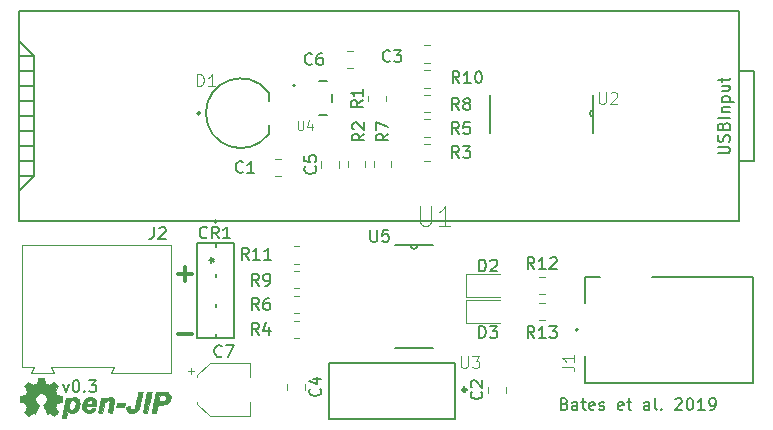
<source format=gbr>
%TF.GenerationSoftware,KiCad,Pcbnew,(5.1.8-0-10_14)*%
%TF.CreationDate,2020-12-27T09:31:58+11:00*%
%TF.ProjectId,Open-JIP(KiCad)_T3.6,4f70656e-2d4a-4495-9028-4b6943616429,rev?*%
%TF.SameCoordinates,Original*%
%TF.FileFunction,Legend,Top*%
%TF.FilePolarity,Positive*%
%FSLAX46Y46*%
G04 Gerber Fmt 4.6, Leading zero omitted, Abs format (unit mm)*
G04 Created by KiCad (PCBNEW (5.1.8-0-10_14)) date 2020-12-27 09:31:58*
%MOMM*%
%LPD*%
G01*
G04 APERTURE LIST*
%ADD10C,0.150000*%
%ADD11C,0.300000*%
%ADD12C,0.010000*%
%ADD13C,0.127000*%
%ADD14C,0.200000*%
%ADD15C,0.120000*%
%ADD16C,0.152400*%
%ADD17C,0.100000*%
%ADD18C,0.015000*%
G04 APERTURE END LIST*
D10*
X133445428Y-104941714D02*
X133683523Y-105608380D01*
X133921619Y-104941714D01*
X134493047Y-104608380D02*
X134588285Y-104608380D01*
X134683523Y-104656000D01*
X134731142Y-104703619D01*
X134778761Y-104798857D01*
X134826380Y-104989333D01*
X134826380Y-105227428D01*
X134778761Y-105417904D01*
X134731142Y-105513142D01*
X134683523Y-105560761D01*
X134588285Y-105608380D01*
X134493047Y-105608380D01*
X134397809Y-105560761D01*
X134350190Y-105513142D01*
X134302571Y-105417904D01*
X134254952Y-105227428D01*
X134254952Y-104989333D01*
X134302571Y-104798857D01*
X134350190Y-104703619D01*
X134397809Y-104656000D01*
X134493047Y-104608380D01*
X135254952Y-105513142D02*
X135302571Y-105560761D01*
X135254952Y-105608380D01*
X135207333Y-105560761D01*
X135254952Y-105513142D01*
X135254952Y-105608380D01*
X135635904Y-104608380D02*
X136254952Y-104608380D01*
X135921619Y-104989333D01*
X136064476Y-104989333D01*
X136159714Y-105036952D01*
X136207333Y-105084571D01*
X136254952Y-105179809D01*
X136254952Y-105417904D01*
X136207333Y-105513142D01*
X136159714Y-105560761D01*
X136064476Y-105608380D01*
X135778761Y-105608380D01*
X135683523Y-105560761D01*
X135635904Y-105513142D01*
X175903714Y-106608571D02*
X176046571Y-106656190D01*
X176094190Y-106703809D01*
X176141809Y-106799047D01*
X176141809Y-106941904D01*
X176094190Y-107037142D01*
X176046571Y-107084761D01*
X175951333Y-107132380D01*
X175570380Y-107132380D01*
X175570380Y-106132380D01*
X175903714Y-106132380D01*
X175998952Y-106180000D01*
X176046571Y-106227619D01*
X176094190Y-106322857D01*
X176094190Y-106418095D01*
X176046571Y-106513333D01*
X175998952Y-106560952D01*
X175903714Y-106608571D01*
X175570380Y-106608571D01*
X176998952Y-107132380D02*
X176998952Y-106608571D01*
X176951333Y-106513333D01*
X176856095Y-106465714D01*
X176665619Y-106465714D01*
X176570380Y-106513333D01*
X176998952Y-107084761D02*
X176903714Y-107132380D01*
X176665619Y-107132380D01*
X176570380Y-107084761D01*
X176522761Y-106989523D01*
X176522761Y-106894285D01*
X176570380Y-106799047D01*
X176665619Y-106751428D01*
X176903714Y-106751428D01*
X176998952Y-106703809D01*
X177332285Y-106465714D02*
X177713238Y-106465714D01*
X177475142Y-106132380D02*
X177475142Y-106989523D01*
X177522761Y-107084761D01*
X177618000Y-107132380D01*
X177713238Y-107132380D01*
X178427523Y-107084761D02*
X178332285Y-107132380D01*
X178141809Y-107132380D01*
X178046571Y-107084761D01*
X177998952Y-106989523D01*
X177998952Y-106608571D01*
X178046571Y-106513333D01*
X178141809Y-106465714D01*
X178332285Y-106465714D01*
X178427523Y-106513333D01*
X178475142Y-106608571D01*
X178475142Y-106703809D01*
X177998952Y-106799047D01*
X178856095Y-107084761D02*
X178951333Y-107132380D01*
X179141809Y-107132380D01*
X179237047Y-107084761D01*
X179284666Y-106989523D01*
X179284666Y-106941904D01*
X179237047Y-106846666D01*
X179141809Y-106799047D01*
X178998952Y-106799047D01*
X178903714Y-106751428D01*
X178856095Y-106656190D01*
X178856095Y-106608571D01*
X178903714Y-106513333D01*
X178998952Y-106465714D01*
X179141809Y-106465714D01*
X179237047Y-106513333D01*
X180856095Y-107084761D02*
X180760857Y-107132380D01*
X180570380Y-107132380D01*
X180475142Y-107084761D01*
X180427523Y-106989523D01*
X180427523Y-106608571D01*
X180475142Y-106513333D01*
X180570380Y-106465714D01*
X180760857Y-106465714D01*
X180856095Y-106513333D01*
X180903714Y-106608571D01*
X180903714Y-106703809D01*
X180427523Y-106799047D01*
X181189428Y-106465714D02*
X181570380Y-106465714D01*
X181332285Y-106132380D02*
X181332285Y-106989523D01*
X181379904Y-107084761D01*
X181475142Y-107132380D01*
X181570380Y-107132380D01*
X183094190Y-107132380D02*
X183094190Y-106608571D01*
X183046571Y-106513333D01*
X182951333Y-106465714D01*
X182760857Y-106465714D01*
X182665619Y-106513333D01*
X183094190Y-107084761D02*
X182998952Y-107132380D01*
X182760857Y-107132380D01*
X182665619Y-107084761D01*
X182618000Y-106989523D01*
X182618000Y-106894285D01*
X182665619Y-106799047D01*
X182760857Y-106751428D01*
X182998952Y-106751428D01*
X183094190Y-106703809D01*
X183713238Y-107132380D02*
X183618000Y-107084761D01*
X183570380Y-106989523D01*
X183570380Y-106132380D01*
X184094190Y-107037142D02*
X184141809Y-107084761D01*
X184094190Y-107132380D01*
X184046571Y-107084761D01*
X184094190Y-107037142D01*
X184094190Y-107132380D01*
X185284666Y-106227619D02*
X185332285Y-106180000D01*
X185427523Y-106132380D01*
X185665619Y-106132380D01*
X185760857Y-106180000D01*
X185808476Y-106227619D01*
X185856095Y-106322857D01*
X185856095Y-106418095D01*
X185808476Y-106560952D01*
X185237047Y-107132380D01*
X185856095Y-107132380D01*
X186475142Y-106132380D02*
X186570380Y-106132380D01*
X186665619Y-106180000D01*
X186713238Y-106227619D01*
X186760857Y-106322857D01*
X186808476Y-106513333D01*
X186808476Y-106751428D01*
X186760857Y-106941904D01*
X186713238Y-107037142D01*
X186665619Y-107084761D01*
X186570380Y-107132380D01*
X186475142Y-107132380D01*
X186379904Y-107084761D01*
X186332285Y-107037142D01*
X186284666Y-106941904D01*
X186237047Y-106751428D01*
X186237047Y-106513333D01*
X186284666Y-106322857D01*
X186332285Y-106227619D01*
X186379904Y-106180000D01*
X186475142Y-106132380D01*
X187760857Y-107132380D02*
X187189428Y-107132380D01*
X187475142Y-107132380D02*
X187475142Y-106132380D01*
X187379904Y-106275238D01*
X187284666Y-106370476D01*
X187189428Y-106418095D01*
X188237047Y-107132380D02*
X188427523Y-107132380D01*
X188522761Y-107084761D01*
X188570380Y-107037142D01*
X188665619Y-106894285D01*
X188713238Y-106703809D01*
X188713238Y-106322857D01*
X188665619Y-106227619D01*
X188617999Y-106180000D01*
X188522761Y-106132380D01*
X188332285Y-106132380D01*
X188237047Y-106180000D01*
X188189428Y-106227619D01*
X188141809Y-106322857D01*
X188141809Y-106560952D01*
X188189428Y-106656190D01*
X188237047Y-106703809D01*
X188332285Y-106751428D01*
X188522761Y-106751428D01*
X188617999Y-106703809D01*
X188665619Y-106656190D01*
X188713238Y-106560952D01*
D11*
X143192571Y-100691142D02*
X144335428Y-100691142D01*
X143192571Y-95611142D02*
X144335428Y-95611142D01*
X143764000Y-96182571D02*
X143764000Y-95039714D01*
D12*
%TO.C,G\u002A\u002A\u002A*%
G36*
X134598571Y-106083102D02*
G01*
X134710358Y-106160162D01*
X134766246Y-106228136D01*
X134803597Y-106295830D01*
X134826524Y-106371454D01*
X134839648Y-106472813D01*
X134843200Y-106524774D01*
X134836504Y-106730093D01*
X134794030Y-106915375D01*
X134719300Y-107075427D01*
X134615832Y-107205055D01*
X134487147Y-107299066D01*
X134336765Y-107352268D01*
X134276744Y-107360535D01*
X134152658Y-107364263D01*
X134059503Y-107348130D01*
X133979696Y-107307332D01*
X133926009Y-107264752D01*
X133840687Y-107189838D01*
X133784042Y-107461969D01*
X133759714Y-107577418D01*
X133738091Y-107677440D01*
X133721884Y-107749651D01*
X133714786Y-107778550D01*
X133699200Y-107802893D01*
X133662272Y-107816554D01*
X133592713Y-107822259D01*
X133530854Y-107823000D01*
X133359531Y-107823000D01*
X133540639Y-106953050D01*
X133558346Y-106867994D01*
X133941682Y-106867994D01*
X133982495Y-106980427D01*
X134032937Y-107040441D01*
X134117932Y-107097129D01*
X134200763Y-107106724D01*
X134293783Y-107070288D01*
X134304687Y-107063809D01*
X134381700Y-106991130D01*
X134444719Y-106883898D01*
X134489478Y-106757243D01*
X134511706Y-106626293D01*
X134507136Y-106506177D01*
X134483107Y-106431429D01*
X134416548Y-106344099D01*
X134335277Y-106300679D01*
X134246334Y-106299171D01*
X134156757Y-106337577D01*
X134073585Y-106413899D01*
X134003855Y-106526138D01*
X133984091Y-106573104D01*
X133942089Y-106731023D01*
X133941682Y-106867994D01*
X133558346Y-106867994D01*
X133721748Y-106083100D01*
X133889387Y-106075637D01*
X133978578Y-106072740D01*
X134027389Y-106076078D01*
X134046134Y-106088627D01*
X134045127Y-106113364D01*
X134043450Y-106120087D01*
X134035702Y-106153325D01*
X134040998Y-106166879D01*
X134068569Y-106159917D01*
X134127643Y-106131610D01*
X134173454Y-106108393D01*
X134322557Y-106055690D01*
X134466783Y-106047769D01*
X134598571Y-106083102D01*
G37*
X134598571Y-106083102D02*
X134710358Y-106160162D01*
X134766246Y-106228136D01*
X134803597Y-106295830D01*
X134826524Y-106371454D01*
X134839648Y-106472813D01*
X134843200Y-106524774D01*
X134836504Y-106730093D01*
X134794030Y-106915375D01*
X134719300Y-107075427D01*
X134615832Y-107205055D01*
X134487147Y-107299066D01*
X134336765Y-107352268D01*
X134276744Y-107360535D01*
X134152658Y-107364263D01*
X134059503Y-107348130D01*
X133979696Y-107307332D01*
X133926009Y-107264752D01*
X133840687Y-107189838D01*
X133784042Y-107461969D01*
X133759714Y-107577418D01*
X133738091Y-107677440D01*
X133721884Y-107749651D01*
X133714786Y-107778550D01*
X133699200Y-107802893D01*
X133662272Y-107816554D01*
X133592713Y-107822259D01*
X133530854Y-107823000D01*
X133359531Y-107823000D01*
X133540639Y-106953050D01*
X133558346Y-106867994D01*
X133941682Y-106867994D01*
X133982495Y-106980427D01*
X134032937Y-107040441D01*
X134117932Y-107097129D01*
X134200763Y-107106724D01*
X134293783Y-107070288D01*
X134304687Y-107063809D01*
X134381700Y-106991130D01*
X134444719Y-106883898D01*
X134489478Y-106757243D01*
X134511706Y-106626293D01*
X134507136Y-106506177D01*
X134483107Y-106431429D01*
X134416548Y-106344099D01*
X134335277Y-106300679D01*
X134246334Y-106299171D01*
X134156757Y-106337577D01*
X134073585Y-106413899D01*
X134003855Y-106526138D01*
X133984091Y-106573104D01*
X133942089Y-106731023D01*
X133941682Y-106867994D01*
X133558346Y-106867994D01*
X133721748Y-106083100D01*
X133889387Y-106075637D01*
X133978578Y-106072740D01*
X134027389Y-106076078D01*
X134046134Y-106088627D01*
X134045127Y-106113364D01*
X134043450Y-106120087D01*
X134035702Y-106153325D01*
X134040998Y-106166879D01*
X134068569Y-106159917D01*
X134127643Y-106131610D01*
X134173454Y-106108393D01*
X134322557Y-106055690D01*
X134466783Y-106047769D01*
X134598571Y-106083102D01*
G36*
X131932631Y-104895456D02*
G01*
X132101565Y-104962559D01*
X132270500Y-105029663D01*
X132676900Y-104751621D01*
X132852713Y-104926642D01*
X133028526Y-105101664D01*
X132893081Y-105307971D01*
X132757636Y-105514279D01*
X132832131Y-105683370D01*
X132873761Y-105772709D01*
X132907246Y-105825871D01*
X132942458Y-105854176D01*
X132989267Y-105868944D01*
X132994963Y-105870112D01*
X133070949Y-105885373D01*
X133169301Y-105905223D01*
X133229350Y-105917383D01*
X133375400Y-105947001D01*
X133375400Y-106446810D01*
X133191250Y-106477718D01*
X133069292Y-106499431D01*
X132986308Y-106520949D01*
X132931082Y-106549941D01*
X132892402Y-106594075D01*
X132859052Y-106661021D01*
X132834377Y-106721775D01*
X132765310Y-106895854D01*
X132892555Y-107078101D01*
X132949771Y-107162383D01*
X132993649Y-107231459D01*
X133017429Y-107274493D01*
X133019800Y-107282058D01*
X133002742Y-107308826D01*
X132958352Y-107359693D01*
X132896802Y-107424493D01*
X132828267Y-107493062D01*
X132762919Y-107555236D01*
X132710931Y-107600849D01*
X132682477Y-107619738D01*
X132681769Y-107619800D01*
X132653075Y-107606542D01*
X132593876Y-107571331D01*
X132515516Y-107521006D01*
X132492223Y-107505500D01*
X132396559Y-107443160D01*
X132330383Y-107407641D01*
X132281940Y-107396107D01*
X132239475Y-107405721D01*
X132192102Y-107433075D01*
X132138087Y-107457207D01*
X132106394Y-107452125D01*
X132092128Y-107424678D01*
X132062791Y-107360042D01*
X132022475Y-107267915D01*
X131975272Y-107157993D01*
X131925273Y-107039973D01*
X131876571Y-106923551D01*
X131833256Y-106818425D01*
X131799421Y-106734290D01*
X131779157Y-106680844D01*
X131775200Y-106667232D01*
X131794299Y-106651122D01*
X131842751Y-106616946D01*
X131873722Y-106596151D01*
X131977928Y-106499525D01*
X132044615Y-106379305D01*
X132074423Y-106245427D01*
X132067996Y-106107829D01*
X132025975Y-105976448D01*
X131949001Y-105861220D01*
X131837717Y-105772083D01*
X131819870Y-105762473D01*
X131670511Y-105712386D01*
X131520237Y-105710100D01*
X131377833Y-105754168D01*
X131252082Y-105843142D01*
X131236797Y-105858582D01*
X131142250Y-105989325D01*
X131096834Y-106127603D01*
X131100324Y-106268921D01*
X131152495Y-106408782D01*
X131253124Y-106542691D01*
X131271868Y-106561486D01*
X131398463Y-106684272D01*
X131237581Y-107075531D01*
X131174485Y-107226063D01*
X131126128Y-107333942D01*
X131089831Y-107404230D01*
X131062911Y-107441992D01*
X131042686Y-107452293D01*
X131038600Y-107451270D01*
X130952990Y-107417068D01*
X130895286Y-107401783D01*
X130847738Y-107407500D01*
X130792595Y-107436304D01*
X130713280Y-107489485D01*
X130632744Y-107542942D01*
X130566068Y-107584969D01*
X130526501Y-107607243D01*
X130524463Y-107608095D01*
X130493665Y-107596533D01*
X130437526Y-107555237D01*
X130365411Y-107491570D01*
X130320047Y-107447388D01*
X130148177Y-107274191D01*
X130278300Y-107088904D01*
X130408422Y-106903616D01*
X130337293Y-106717315D01*
X130266163Y-106531013D01*
X130030081Y-106486548D01*
X129794000Y-106442083D01*
X129793999Y-106194542D01*
X129793999Y-105947001D01*
X129940049Y-105918739D01*
X130071162Y-105893396D01*
X130162066Y-105873828D01*
X130222215Y-105855112D01*
X130261061Y-105832324D01*
X130288056Y-105800541D01*
X130312654Y-105754839D01*
X130332271Y-105714445D01*
X130369323Y-105631638D01*
X130394751Y-105560937D01*
X130402121Y-105526060D01*
X130388907Y-105484042D01*
X130352335Y-105413531D01*
X130299148Y-105326954D01*
X130273195Y-105288384D01*
X130142790Y-105099747D01*
X130492943Y-104749594D01*
X130702050Y-104889592D01*
X130911156Y-105029590D01*
X131068787Y-104965539D01*
X131151845Y-104928705D01*
X131215311Y-104894853D01*
X131244438Y-104872331D01*
X131256845Y-104834648D01*
X131273470Y-104761102D01*
X131291135Y-104666089D01*
X131294805Y-104643987D01*
X131327152Y-104444800D01*
X131845097Y-104444800D01*
X131932631Y-104895456D01*
G37*
X131932631Y-104895456D02*
X132101565Y-104962559D01*
X132270500Y-105029663D01*
X132676900Y-104751621D01*
X132852713Y-104926642D01*
X133028526Y-105101664D01*
X132893081Y-105307971D01*
X132757636Y-105514279D01*
X132832131Y-105683370D01*
X132873761Y-105772709D01*
X132907246Y-105825871D01*
X132942458Y-105854176D01*
X132989267Y-105868944D01*
X132994963Y-105870112D01*
X133070949Y-105885373D01*
X133169301Y-105905223D01*
X133229350Y-105917383D01*
X133375400Y-105947001D01*
X133375400Y-106446810D01*
X133191250Y-106477718D01*
X133069292Y-106499431D01*
X132986308Y-106520949D01*
X132931082Y-106549941D01*
X132892402Y-106594075D01*
X132859052Y-106661021D01*
X132834377Y-106721775D01*
X132765310Y-106895854D01*
X132892555Y-107078101D01*
X132949771Y-107162383D01*
X132993649Y-107231459D01*
X133017429Y-107274493D01*
X133019800Y-107282058D01*
X133002742Y-107308826D01*
X132958352Y-107359693D01*
X132896802Y-107424493D01*
X132828267Y-107493062D01*
X132762919Y-107555236D01*
X132710931Y-107600849D01*
X132682477Y-107619738D01*
X132681769Y-107619800D01*
X132653075Y-107606542D01*
X132593876Y-107571331D01*
X132515516Y-107521006D01*
X132492223Y-107505500D01*
X132396559Y-107443160D01*
X132330383Y-107407641D01*
X132281940Y-107396107D01*
X132239475Y-107405721D01*
X132192102Y-107433075D01*
X132138087Y-107457207D01*
X132106394Y-107452125D01*
X132092128Y-107424678D01*
X132062791Y-107360042D01*
X132022475Y-107267915D01*
X131975272Y-107157993D01*
X131925273Y-107039973D01*
X131876571Y-106923551D01*
X131833256Y-106818425D01*
X131799421Y-106734290D01*
X131779157Y-106680844D01*
X131775200Y-106667232D01*
X131794299Y-106651122D01*
X131842751Y-106616946D01*
X131873722Y-106596151D01*
X131977928Y-106499525D01*
X132044615Y-106379305D01*
X132074423Y-106245427D01*
X132067996Y-106107829D01*
X132025975Y-105976448D01*
X131949001Y-105861220D01*
X131837717Y-105772083D01*
X131819870Y-105762473D01*
X131670511Y-105712386D01*
X131520237Y-105710100D01*
X131377833Y-105754168D01*
X131252082Y-105843142D01*
X131236797Y-105858582D01*
X131142250Y-105989325D01*
X131096834Y-106127603D01*
X131100324Y-106268921D01*
X131152495Y-106408782D01*
X131253124Y-106542691D01*
X131271868Y-106561486D01*
X131398463Y-106684272D01*
X131237581Y-107075531D01*
X131174485Y-107226063D01*
X131126128Y-107333942D01*
X131089831Y-107404230D01*
X131062911Y-107441992D01*
X131042686Y-107452293D01*
X131038600Y-107451270D01*
X130952990Y-107417068D01*
X130895286Y-107401783D01*
X130847738Y-107407500D01*
X130792595Y-107436304D01*
X130713280Y-107489485D01*
X130632744Y-107542942D01*
X130566068Y-107584969D01*
X130526501Y-107607243D01*
X130524463Y-107608095D01*
X130493665Y-107596533D01*
X130437526Y-107555237D01*
X130365411Y-107491570D01*
X130320047Y-107447388D01*
X130148177Y-107274191D01*
X130278300Y-107088904D01*
X130408422Y-106903616D01*
X130337293Y-106717315D01*
X130266163Y-106531013D01*
X130030081Y-106486548D01*
X129794000Y-106442083D01*
X129793999Y-106194542D01*
X129793999Y-105947001D01*
X129940049Y-105918739D01*
X130071162Y-105893396D01*
X130162066Y-105873828D01*
X130222215Y-105855112D01*
X130261061Y-105832324D01*
X130288056Y-105800541D01*
X130312654Y-105754839D01*
X130332271Y-105714445D01*
X130369323Y-105631638D01*
X130394751Y-105560937D01*
X130402121Y-105526060D01*
X130388907Y-105484042D01*
X130352335Y-105413531D01*
X130299148Y-105326954D01*
X130273195Y-105288384D01*
X130142790Y-105099747D01*
X130492943Y-104749594D01*
X130702050Y-104889592D01*
X130911156Y-105029590D01*
X131068787Y-104965539D01*
X131151845Y-104928705D01*
X131215311Y-104894853D01*
X131244438Y-104872331D01*
X131256845Y-104834648D01*
X131273470Y-104761102D01*
X131291135Y-104666089D01*
X131294805Y-104643987D01*
X131327152Y-104444800D01*
X131845097Y-104444800D01*
X131932631Y-104895456D01*
G36*
X135863846Y-106057370D02*
G01*
X136012024Y-106105610D01*
X136129140Y-106192696D01*
X136212720Y-106316267D01*
X136260291Y-106473959D01*
X136270858Y-106608072D01*
X136270843Y-106679574D01*
X136265951Y-106731526D01*
X136249205Y-106767043D01*
X136213628Y-106789241D01*
X136152245Y-106801232D01*
X136058078Y-106806133D01*
X135924152Y-106807058D01*
X135825281Y-106807000D01*
X135663007Y-106808569D01*
X135534383Y-106813069D01*
X135444589Y-106820188D01*
X135398803Y-106829616D01*
X135394393Y-106832896D01*
X135389962Y-106879926D01*
X135408719Y-106947810D01*
X135442864Y-107017148D01*
X135484596Y-107068541D01*
X135491195Y-107073621D01*
X135585137Y-107110436D01*
X135690393Y-107104782D01*
X135793110Y-107058315D01*
X135824814Y-107033672D01*
X135880115Y-106989012D01*
X135926892Y-106968278D01*
X135986275Y-106965892D01*
X136054298Y-106973098D01*
X136136699Y-106988528D01*
X136185824Y-107008490D01*
X136194800Y-107021254D01*
X136175548Y-107069028D01*
X136125463Y-107133387D01*
X136056053Y-107202845D01*
X135978824Y-107265916D01*
X135905283Y-107311112D01*
X135903671Y-107311876D01*
X135768939Y-107353097D01*
X135615447Y-107365616D01*
X135465090Y-107349195D01*
X135367503Y-107317722D01*
X135237057Y-107231968D01*
X135139744Y-107111403D01*
X135078592Y-106962136D01*
X135056629Y-106790275D01*
X135061095Y-106699631D01*
X135087801Y-106577138D01*
X135432800Y-106577138D01*
X135457403Y-106590336D01*
X135528313Y-106599280D01*
X135641178Y-106603514D01*
X135686800Y-106603800D01*
X135940800Y-106603800D01*
X135940800Y-106513745D01*
X135919377Y-106417929D01*
X135862771Y-106347251D01*
X135782472Y-106306796D01*
X135689970Y-106301650D01*
X135596757Y-106336898D01*
X135575417Y-106352042D01*
X135517789Y-106410754D01*
X135467490Y-106483940D01*
X135436876Y-106552104D01*
X135432800Y-106577138D01*
X135087801Y-106577138D01*
X135102923Y-106507778D01*
X135182925Y-106343572D01*
X135296909Y-106211358D01*
X135440687Y-106115481D01*
X135610068Y-106060288D01*
X135687079Y-106050341D01*
X135863846Y-106057370D01*
G37*
X135863846Y-106057370D02*
X136012024Y-106105610D01*
X136129140Y-106192696D01*
X136212720Y-106316267D01*
X136260291Y-106473959D01*
X136270858Y-106608072D01*
X136270843Y-106679574D01*
X136265951Y-106731526D01*
X136249205Y-106767043D01*
X136213628Y-106789241D01*
X136152245Y-106801232D01*
X136058078Y-106806133D01*
X135924152Y-106807058D01*
X135825281Y-106807000D01*
X135663007Y-106808569D01*
X135534383Y-106813069D01*
X135444589Y-106820188D01*
X135398803Y-106829616D01*
X135394393Y-106832896D01*
X135389962Y-106879926D01*
X135408719Y-106947810D01*
X135442864Y-107017148D01*
X135484596Y-107068541D01*
X135491195Y-107073621D01*
X135585137Y-107110436D01*
X135690393Y-107104782D01*
X135793110Y-107058315D01*
X135824814Y-107033672D01*
X135880115Y-106989012D01*
X135926892Y-106968278D01*
X135986275Y-106965892D01*
X136054298Y-106973098D01*
X136136699Y-106988528D01*
X136185824Y-107008490D01*
X136194800Y-107021254D01*
X136175548Y-107069028D01*
X136125463Y-107133387D01*
X136056053Y-107202845D01*
X135978824Y-107265916D01*
X135905283Y-107311112D01*
X135903671Y-107311876D01*
X135768939Y-107353097D01*
X135615447Y-107365616D01*
X135465090Y-107349195D01*
X135367503Y-107317722D01*
X135237057Y-107231968D01*
X135139744Y-107111403D01*
X135078592Y-106962136D01*
X135056629Y-106790275D01*
X135061095Y-106699631D01*
X135087801Y-106577138D01*
X135432800Y-106577138D01*
X135457403Y-106590336D01*
X135528313Y-106599280D01*
X135641178Y-106603514D01*
X135686800Y-106603800D01*
X135940800Y-106603800D01*
X135940800Y-106513745D01*
X135919377Y-106417929D01*
X135862771Y-106347251D01*
X135782472Y-106306796D01*
X135689970Y-106301650D01*
X135596757Y-106336898D01*
X135575417Y-106352042D01*
X135517789Y-106410754D01*
X135467490Y-106483940D01*
X135436876Y-106552104D01*
X135432800Y-106577138D01*
X135087801Y-106577138D01*
X135102923Y-106507778D01*
X135182925Y-106343572D01*
X135296909Y-106211358D01*
X135440687Y-106115481D01*
X135610068Y-106060288D01*
X135687079Y-106050341D01*
X135863846Y-106057370D01*
G36*
X140092441Y-105589486D02*
G01*
X140155945Y-105593925D01*
X140182460Y-105600183D01*
X140182600Y-105600695D01*
X140177028Y-105642099D01*
X140161557Y-105724601D01*
X140138050Y-105839883D01*
X140108372Y-105979623D01*
X140074384Y-106135504D01*
X140037953Y-106299203D01*
X140000941Y-106462401D01*
X139965213Y-106616779D01*
X139932632Y-106754016D01*
X139905063Y-106865792D01*
X139884368Y-106943787D01*
X139875004Y-106973740D01*
X139797624Y-107133277D01*
X139699056Y-107248224D01*
X139574280Y-107322018D01*
X139418275Y-107358096D01*
X139306300Y-107363058D01*
X139204388Y-107359083D01*
X139112836Y-107350298D01*
X139055330Y-107339525D01*
X138951310Y-107284718D01*
X138863345Y-107194283D01*
X138820426Y-107118965D01*
X138798715Y-107046868D01*
X138787383Y-106966953D01*
X138787463Y-106896805D01*
X138799984Y-106854010D01*
X138804650Y-106849932D01*
X138838379Y-106841593D01*
X138906585Y-106830984D01*
X138977370Y-106822347D01*
X139131040Y-106805626D01*
X139131040Y-106898189D01*
X139148416Y-106985536D01*
X139202067Y-107038935D01*
X139294274Y-107060372D01*
X139318203Y-107061000D01*
X139426115Y-107041050D01*
X139503013Y-106980887D01*
X139547139Y-106888801D01*
X139557484Y-106846722D01*
X139576075Y-106765482D01*
X139601146Y-106653244D01*
X139630931Y-106518172D01*
X139663663Y-106368429D01*
X139697576Y-106212178D01*
X139730902Y-106057582D01*
X139761876Y-105912806D01*
X139788730Y-105786013D01*
X139809698Y-105685366D01*
X139823014Y-105619028D01*
X139827000Y-105595555D01*
X139850256Y-105591732D01*
X139911459Y-105588962D01*
X139997754Y-105587806D01*
X140004800Y-105587800D01*
X140092441Y-105589486D01*
G37*
X140092441Y-105589486D02*
X140155945Y-105593925D01*
X140182460Y-105600183D01*
X140182600Y-105600695D01*
X140177028Y-105642099D01*
X140161557Y-105724601D01*
X140138050Y-105839883D01*
X140108372Y-105979623D01*
X140074384Y-106135504D01*
X140037953Y-106299203D01*
X140000941Y-106462401D01*
X139965213Y-106616779D01*
X139932632Y-106754016D01*
X139905063Y-106865792D01*
X139884368Y-106943787D01*
X139875004Y-106973740D01*
X139797624Y-107133277D01*
X139699056Y-107248224D01*
X139574280Y-107322018D01*
X139418275Y-107358096D01*
X139306300Y-107363058D01*
X139204388Y-107359083D01*
X139112836Y-107350298D01*
X139055330Y-107339525D01*
X138951310Y-107284718D01*
X138863345Y-107194283D01*
X138820426Y-107118965D01*
X138798715Y-107046868D01*
X138787383Y-106966953D01*
X138787463Y-106896805D01*
X138799984Y-106854010D01*
X138804650Y-106849932D01*
X138838379Y-106841593D01*
X138906585Y-106830984D01*
X138977370Y-106822347D01*
X139131040Y-106805626D01*
X139131040Y-106898189D01*
X139148416Y-106985536D01*
X139202067Y-107038935D01*
X139294274Y-107060372D01*
X139318203Y-107061000D01*
X139426115Y-107041050D01*
X139503013Y-106980887D01*
X139547139Y-106888801D01*
X139557484Y-106846722D01*
X139576075Y-106765482D01*
X139601146Y-106653244D01*
X139630931Y-106518172D01*
X139663663Y-106368429D01*
X139697576Y-106212178D01*
X139730902Y-106057582D01*
X139761876Y-105912806D01*
X139788730Y-105786013D01*
X139809698Y-105685366D01*
X139823014Y-105619028D01*
X139827000Y-105595555D01*
X139850256Y-105591732D01*
X139911459Y-105588962D01*
X139997754Y-105587806D01*
X140004800Y-105587800D01*
X140092441Y-105589486D01*
G36*
X137514947Y-106059349D02*
G01*
X137575272Y-106067897D01*
X137617512Y-106088741D01*
X137658012Y-106127280D01*
X137669550Y-106140054D01*
X137720580Y-106208628D01*
X137755724Y-106276430D01*
X137760347Y-106290993D01*
X137761487Y-106342822D01*
X137751344Y-106438944D01*
X137730650Y-106574293D01*
X137700141Y-106743804D01*
X137679397Y-106849989D01*
X137581232Y-107340400D01*
X137408716Y-107340400D01*
X137322537Y-107338440D01*
X137260690Y-107333294D01*
X137236220Y-107326064D01*
X137236200Y-107325839D01*
X137241089Y-107297400D01*
X137254654Y-107227529D01*
X137275236Y-107124533D01*
X137301178Y-106996719D01*
X137326159Y-106874989D01*
X137354834Y-106728977D01*
X137378073Y-106597025D01*
X137394437Y-106488485D01*
X137402490Y-106412711D01*
X137401972Y-106381936D01*
X137366305Y-106326188D01*
X137302369Y-106301719D01*
X137221149Y-106307564D01*
X137133631Y-106342757D01*
X137050798Y-106406331D01*
X137043926Y-106413436D01*
X136998878Y-106474007D01*
X136957342Y-106559040D01*
X136917407Y-106674422D01*
X136877163Y-106826039D01*
X136834698Y-107019780D01*
X136815155Y-107118150D01*
X136772048Y-107340400D01*
X136597724Y-107340400D01*
X136511039Y-107339009D01*
X136448621Y-107335357D01*
X136423449Y-107330218D01*
X136423400Y-107329970D01*
X136428408Y-107303258D01*
X136442480Y-107233748D01*
X136464190Y-107128344D01*
X136492110Y-106993952D01*
X136524812Y-106837478D01*
X136550400Y-106715579D01*
X136585712Y-106546833D01*
X136617248Y-106394565D01*
X136643575Y-106265832D01*
X136663256Y-106167694D01*
X136674856Y-106107207D01*
X136677400Y-106091009D01*
X136700589Y-106080601D01*
X136761356Y-106073192D01*
X136845675Y-106070400D01*
X137013950Y-106070400D01*
X136999039Y-106144951D01*
X136984129Y-106219502D01*
X137114272Y-106138601D01*
X137194039Y-106093439D01*
X137263502Y-106068934D01*
X137345347Y-106059086D01*
X137420190Y-106057700D01*
X137514947Y-106059349D01*
G37*
X137514947Y-106059349D02*
X137575272Y-106067897D01*
X137617512Y-106088741D01*
X137658012Y-106127280D01*
X137669550Y-106140054D01*
X137720580Y-106208628D01*
X137755724Y-106276430D01*
X137760347Y-106290993D01*
X137761487Y-106342822D01*
X137751344Y-106438944D01*
X137730650Y-106574293D01*
X137700141Y-106743804D01*
X137679397Y-106849989D01*
X137581232Y-107340400D01*
X137408716Y-107340400D01*
X137322537Y-107338440D01*
X137260690Y-107333294D01*
X137236220Y-107326064D01*
X137236200Y-107325839D01*
X137241089Y-107297400D01*
X137254654Y-107227529D01*
X137275236Y-107124533D01*
X137301178Y-106996719D01*
X137326159Y-106874989D01*
X137354834Y-106728977D01*
X137378073Y-106597025D01*
X137394437Y-106488485D01*
X137402490Y-106412711D01*
X137401972Y-106381936D01*
X137366305Y-106326188D01*
X137302369Y-106301719D01*
X137221149Y-106307564D01*
X137133631Y-106342757D01*
X137050798Y-106406331D01*
X137043926Y-106413436D01*
X136998878Y-106474007D01*
X136957342Y-106559040D01*
X136917407Y-106674422D01*
X136877163Y-106826039D01*
X136834698Y-107019780D01*
X136815155Y-107118150D01*
X136772048Y-107340400D01*
X136597724Y-107340400D01*
X136511039Y-107339009D01*
X136448621Y-107335357D01*
X136423449Y-107330218D01*
X136423400Y-107329970D01*
X136428408Y-107303258D01*
X136442480Y-107233748D01*
X136464190Y-107128344D01*
X136492110Y-106993952D01*
X136524812Y-106837478D01*
X136550400Y-106715579D01*
X136585712Y-106546833D01*
X136617248Y-106394565D01*
X136643575Y-106265832D01*
X136663256Y-106167694D01*
X136674856Y-106107207D01*
X136677400Y-106091009D01*
X136700589Y-106080601D01*
X136761356Y-106073192D01*
X136845675Y-106070400D01*
X137013950Y-106070400D01*
X136999039Y-106144951D01*
X136984129Y-106219502D01*
X137114272Y-106138601D01*
X137194039Y-106093439D01*
X137263502Y-106068934D01*
X137345347Y-106059086D01*
X137420190Y-106057700D01*
X137514947Y-106059349D01*
G36*
X140863139Y-105590166D02*
G01*
X140919856Y-105598051D01*
X140938968Y-105612628D01*
X140937968Y-105619550D01*
X140930115Y-105651200D01*
X140913317Y-105726603D01*
X140888853Y-105839751D01*
X140858006Y-105984638D01*
X140822057Y-106155255D01*
X140782286Y-106345597D01*
X140751101Y-106495848D01*
X140576300Y-107340396D01*
X140390438Y-107340398D01*
X140294859Y-107339110D01*
X140240393Y-107333593D01*
X140217384Y-107321368D01*
X140216174Y-107299958D01*
X140217233Y-107295950D01*
X140225274Y-107261121D01*
X140242272Y-107182717D01*
X140266924Y-107066914D01*
X140297926Y-106919889D01*
X140333973Y-106747818D01*
X140373762Y-106556879D01*
X140402241Y-106419650D01*
X140574592Y-105587800D01*
X140762313Y-105587800D01*
X140863139Y-105590166D01*
G37*
X140863139Y-105590166D02*
X140919856Y-105598051D01*
X140938968Y-105612628D01*
X140937968Y-105619550D01*
X140930115Y-105651200D01*
X140913317Y-105726603D01*
X140888853Y-105839751D01*
X140858006Y-105984638D01*
X140822057Y-106155255D01*
X140782286Y-106345597D01*
X140751101Y-106495848D01*
X140576300Y-107340396D01*
X140390438Y-107340398D01*
X140294859Y-107339110D01*
X140240393Y-107333593D01*
X140217384Y-107321368D01*
X140216174Y-107299958D01*
X140217233Y-107295950D01*
X140225274Y-107261121D01*
X140242272Y-107182717D01*
X140266924Y-107066914D01*
X140297926Y-106919889D01*
X140333973Y-106747818D01*
X140373762Y-106556879D01*
X140402241Y-106419650D01*
X140574592Y-105587800D01*
X140762313Y-105587800D01*
X140863139Y-105590166D01*
G36*
X141952450Y-105600978D02*
G01*
X142078773Y-105602932D01*
X142171232Y-105607135D01*
X142238291Y-105614365D01*
X142288417Y-105625396D01*
X142330075Y-105641004D01*
X142354300Y-105652771D01*
X142457665Y-105731580D01*
X142526161Y-105837677D01*
X142561103Y-105962701D01*
X142563812Y-106098288D01*
X142535605Y-106236077D01*
X142477800Y-106367705D01*
X142391715Y-106484809D01*
X142278669Y-106579027D01*
X142201900Y-106619620D01*
X142126644Y-106642633D01*
X142018939Y-106659325D01*
X141871540Y-106670637D01*
X141778542Y-106674646D01*
X141456784Y-106685876D01*
X141418926Y-106854388D01*
X141392787Y-106974190D01*
X141365626Y-107103984D01*
X141350029Y-107181650D01*
X141318990Y-107340400D01*
X140950987Y-107340400D01*
X141060765Y-106813350D01*
X141099487Y-106627628D01*
X141140326Y-106432088D01*
X141158165Y-106346797D01*
X141528800Y-106346797D01*
X141551748Y-106364679D01*
X141612244Y-106374494D01*
X141697763Y-106376746D01*
X141795780Y-106371935D01*
X141893770Y-106360564D01*
X141979209Y-106343133D01*
X142026484Y-106326859D01*
X142110731Y-106268723D01*
X142168182Y-106190052D01*
X142196262Y-106102582D01*
X142192395Y-106018050D01*
X142154004Y-105948192D01*
X142115885Y-105919544D01*
X142068350Y-105907304D01*
X141985142Y-105897969D01*
X141881371Y-105893022D01*
X141840992Y-105892600D01*
X141616445Y-105892600D01*
X141572622Y-106105497D01*
X141552619Y-106205829D01*
X141537405Y-106288137D01*
X141529429Y-106338946D01*
X141528800Y-106346797D01*
X141158165Y-106346797D01*
X141180123Y-106241817D01*
X141215725Y-106071902D01*
X141242719Y-105943400D01*
X141314895Y-105600500D01*
X141783797Y-105600500D01*
X141952450Y-105600978D01*
G37*
X141952450Y-105600978D02*
X142078773Y-105602932D01*
X142171232Y-105607135D01*
X142238291Y-105614365D01*
X142288417Y-105625396D01*
X142330075Y-105641004D01*
X142354300Y-105652771D01*
X142457665Y-105731580D01*
X142526161Y-105837677D01*
X142561103Y-105962701D01*
X142563812Y-106098288D01*
X142535605Y-106236077D01*
X142477800Y-106367705D01*
X142391715Y-106484809D01*
X142278669Y-106579027D01*
X142201900Y-106619620D01*
X142126644Y-106642633D01*
X142018939Y-106659325D01*
X141871540Y-106670637D01*
X141778542Y-106674646D01*
X141456784Y-106685876D01*
X141418926Y-106854388D01*
X141392787Y-106974190D01*
X141365626Y-107103984D01*
X141350029Y-107181650D01*
X141318990Y-107340400D01*
X140950987Y-107340400D01*
X141060765Y-106813350D01*
X141099487Y-106627628D01*
X141140326Y-106432088D01*
X141158165Y-106346797D01*
X141528800Y-106346797D01*
X141551748Y-106364679D01*
X141612244Y-106374494D01*
X141697763Y-106376746D01*
X141795780Y-106371935D01*
X141893770Y-106360564D01*
X141979209Y-106343133D01*
X142026484Y-106326859D01*
X142110731Y-106268723D01*
X142168182Y-106190052D01*
X142196262Y-106102582D01*
X142192395Y-106018050D01*
X142154004Y-105948192D01*
X142115885Y-105919544D01*
X142068350Y-105907304D01*
X141985142Y-105897969D01*
X141881371Y-105893022D01*
X141840992Y-105892600D01*
X141616445Y-105892600D01*
X141572622Y-106105497D01*
X141552619Y-106205829D01*
X141537405Y-106288137D01*
X141529429Y-106338946D01*
X141528800Y-106346797D01*
X141158165Y-106346797D01*
X141180123Y-106241817D01*
X141215725Y-106071902D01*
X141242719Y-105943400D01*
X141314895Y-105600500D01*
X141783797Y-105600500D01*
X141952450Y-105600978D01*
G36*
X138668633Y-106647503D02*
G01*
X138652637Y-106736514D01*
X138637898Y-106798223D01*
X138615744Y-106837783D01*
X138577502Y-106860350D01*
X138514498Y-106871077D01*
X138418060Y-106875120D01*
X138281487Y-106877591D01*
X137946059Y-106884683D01*
X137959538Y-106826791D01*
X137973364Y-106763563D01*
X137990086Y-106682272D01*
X137993061Y-106667300D01*
X138013104Y-106565700D01*
X138349843Y-106558603D01*
X138686581Y-106551507D01*
X138668633Y-106647503D01*
G37*
X138668633Y-106647503D02*
X138652637Y-106736514D01*
X138637898Y-106798223D01*
X138615744Y-106837783D01*
X138577502Y-106860350D01*
X138514498Y-106871077D01*
X138418060Y-106875120D01*
X138281487Y-106877591D01*
X137946059Y-106884683D01*
X137959538Y-106826791D01*
X137973364Y-106763563D01*
X137990086Y-106682272D01*
X137993061Y-106667300D01*
X138013104Y-106565700D01*
X138349843Y-106558603D01*
X138686581Y-106551507D01*
X138668633Y-106647503D01*
D10*
%TO.C,U5*%
X190705001Y-73375001D02*
X190705001Y-91155001D01*
X129745001Y-91155001D02*
X129745001Y-73375001D01*
X191975001Y-86075001D02*
X190705001Y-86075001D01*
X191975001Y-78455001D02*
X191975001Y-86075001D01*
X190705001Y-78455001D02*
X191975001Y-78455001D01*
X190705001Y-73375001D02*
X129745001Y-73375001D01*
X129745001Y-91155001D02*
X190705001Y-91155001D01*
X131015001Y-87345001D02*
X129745001Y-88615001D01*
X131015001Y-77185001D02*
X131015001Y-87345001D01*
X129745001Y-75915001D02*
X131015001Y-77185001D01*
X131015001Y-87345001D02*
X129745001Y-87345001D01*
X131015001Y-86075001D02*
X129745001Y-86075001D01*
X131015001Y-84805001D02*
X129745001Y-84805001D01*
X131015001Y-83535001D02*
X129745001Y-83535001D01*
X131015001Y-82265001D02*
X129745001Y-82265001D01*
X131015001Y-80995001D02*
X129745001Y-80995001D01*
X131015001Y-79725001D02*
X129745001Y-79725001D01*
X131015001Y-78455001D02*
X129745001Y-78455001D01*
X131015001Y-77185001D02*
X129745001Y-77185001D01*
D13*
%TO.C,J1*%
X177652000Y-102550000D02*
X177652000Y-104830000D01*
X177652000Y-104830000D02*
X191842000Y-104830000D01*
X191842000Y-104830000D02*
X191842000Y-95830000D01*
X191842000Y-95830000D02*
X183322000Y-95830000D01*
X177652000Y-98110000D02*
X177652000Y-95830000D01*
X177652000Y-95830000D02*
X178882000Y-95830000D01*
D14*
X177052000Y-100330000D02*
G75*
G03*
X177052000Y-100330000I-100000J0D01*
G01*
D15*
%TO.C,R13*%
X174233064Y-98071000D02*
X173778936Y-98071000D01*
X174233064Y-99541000D02*
X173778936Y-99541000D01*
%TO.C,D3*%
X167549000Y-99766000D02*
X170409000Y-99766000D01*
X167549000Y-97846000D02*
X167549000Y-99766000D01*
X170409000Y-97846000D02*
X167549000Y-97846000D01*
%TO.C,C1*%
X151355248Y-85879000D02*
X151877752Y-85879000D01*
X151355248Y-87349000D02*
X151877752Y-87349000D01*
%TO.C,C2*%
X170915000Y-105671252D02*
X170915000Y-105148748D01*
X169445000Y-105671252D02*
X169445000Y-105148748D01*
%TO.C,C3*%
X163976248Y-77735000D02*
X164498752Y-77735000D01*
X163976248Y-76265000D02*
X164498752Y-76265000D01*
%TO.C,C4*%
X153897000Y-104894748D02*
X153897000Y-105417252D01*
X152427000Y-104894748D02*
X152427000Y-105417252D01*
%TO.C,C5*%
X155315000Y-86598752D02*
X155315000Y-86076248D01*
X156785000Y-86598752D02*
X156785000Y-86076248D01*
%TO.C,C6*%
X158016752Y-76735000D02*
X157494248Y-76735000D01*
X158016752Y-78205000D02*
X157494248Y-78205000D01*
%TO.C,C7*%
X144300000Y-103590000D02*
X144300000Y-104090000D01*
X144050000Y-103840000D02*
X144550000Y-103840000D01*
X144790000Y-106595563D02*
X145854437Y-107660000D01*
X144790000Y-104204437D02*
X145854437Y-103140000D01*
X144790000Y-104204437D02*
X144790000Y-104340000D01*
X144790000Y-106595563D02*
X144790000Y-106460000D01*
X145854437Y-107660000D02*
X149310000Y-107660000D01*
X145854437Y-103140000D02*
X149310000Y-103140000D01*
X149310000Y-103140000D02*
X149310000Y-104340000D01*
X149310000Y-107660000D02*
X149310000Y-106460000D01*
D16*
%TO.C,CR1*%
X146477000Y-91186100D02*
G75*
G03*
X146477000Y-91186100I-127000J0D01*
G01*
X146400800Y-100687125D02*
X146400800Y-100888900D01*
X146400800Y-98147125D02*
X146400800Y-98372875D01*
X146400800Y-95608240D02*
X146400800Y-95832875D01*
X147924800Y-92964100D02*
X144775200Y-92964100D01*
X147924800Y-101015900D02*
X147924800Y-92964100D01*
X144775200Y-101015900D02*
X147924800Y-101015900D01*
X144775200Y-92964100D02*
X144775200Y-101015900D01*
X146400800Y-93091100D02*
X146400800Y-93291760D01*
D13*
%TO.C,D1*%
X150850000Y-83000000D02*
X150850000Y-83770000D01*
X150850000Y-80230000D02*
X150850000Y-81000000D01*
D14*
X145083178Y-82020000D02*
G75*
G03*
X145083178Y-82020000I-143178J0D01*
G01*
D13*
X150850000Y-80230000D02*
G75*
G03*
X150850000Y-83770000I-2359991J-1770000D01*
G01*
D15*
%TO.C,D2*%
X167549000Y-97546000D02*
X170409000Y-97546000D01*
X167549000Y-95626000D02*
X167549000Y-97546000D01*
X170409000Y-95626000D02*
X167549000Y-95626000D01*
%TO.C,J2*%
X142600000Y-104000000D02*
X142600000Y-93150000D01*
X137500000Y-104000000D02*
X142600000Y-104000000D01*
X137800000Y-103500000D02*
X137500000Y-104000000D01*
X132400000Y-103500000D02*
X137800000Y-103500000D01*
X132650000Y-104000000D02*
X132400000Y-103500000D01*
X132600000Y-104000000D02*
X132650000Y-104000000D01*
X130700000Y-104000000D02*
X132600000Y-104000000D01*
X130950000Y-103500000D02*
X130700000Y-104000000D01*
X130000000Y-103500000D02*
X130950000Y-103500000D01*
X130000000Y-93150000D02*
X130000000Y-103500000D01*
X142600000Y-93150000D02*
X130000000Y-93150000D01*
%TO.C,R1*%
X160755000Y-80983064D02*
X160755000Y-80528936D01*
X159285000Y-80983064D02*
X159285000Y-80528936D01*
%TO.C,R2*%
X157565000Y-86527064D02*
X157565000Y-86072936D01*
X159035000Y-86527064D02*
X159035000Y-86072936D01*
%TO.C,R3*%
X164022936Y-86085000D02*
X164477064Y-86085000D01*
X164022936Y-84615000D02*
X164477064Y-84615000D01*
%TO.C,R4*%
X152972936Y-99565000D02*
X153427064Y-99565000D01*
X152972936Y-101035000D02*
X153427064Y-101035000D01*
%TO.C,R5*%
X164022936Y-82515000D02*
X164477064Y-82515000D01*
X164022936Y-83985000D02*
X164477064Y-83985000D01*
%TO.C,R6*%
X152972936Y-98935000D02*
X153427064Y-98935000D01*
X152972936Y-97465000D02*
X153427064Y-97465000D01*
%TO.C,R7*%
X161235000Y-86527064D02*
X161235000Y-86072936D01*
X159765000Y-86527064D02*
X159765000Y-86072936D01*
%TO.C,R8*%
X164022936Y-81885000D02*
X164477064Y-81885000D01*
X164022936Y-80415000D02*
X164477064Y-80415000D01*
%TO.C,R9*%
X152972936Y-96835000D02*
X153427064Y-96835000D01*
X152972936Y-95365000D02*
X153427064Y-95365000D01*
%TO.C,R10*%
X164022936Y-78365000D02*
X164477064Y-78365000D01*
X164022936Y-79835000D02*
X164477064Y-79835000D01*
%TO.C,R11*%
X152972936Y-93265000D02*
X153427064Y-93265000D01*
X152972936Y-94735000D02*
X153427064Y-94735000D01*
%TO.C,R12*%
X174233064Y-97321000D02*
X173778936Y-97321000D01*
X174233064Y-95851000D02*
X173778936Y-95851000D01*
D16*
%TO.C,U1*%
X162845200Y-93181200D02*
X161549800Y-93181200D01*
X163454800Y-93181200D02*
X162845200Y-93181200D01*
X164750200Y-93181200D02*
X163454800Y-93181200D01*
X161549800Y-101918800D02*
X164750200Y-101918800D01*
X163454800Y-93181200D02*
G75*
G02*
X162845200Y-93181200I-304800J0D01*
G01*
%TO.C,U2*%
X169621200Y-80441800D02*
X169621200Y-83642200D01*
X178358800Y-83642200D02*
X178358800Y-82346800D01*
X178358800Y-82346800D02*
X178358800Y-81737200D01*
X178358800Y-81737200D02*
X178358800Y-80441800D01*
X178358800Y-82346800D02*
G75*
G02*
X178358800Y-81737200I0J304800D01*
G01*
D11*
%TO.C,U3*%
X167571419Y-105410000D02*
G75*
G03*
X167571419Y-105410000I-141419J0D01*
G01*
D13*
X155950000Y-103190000D02*
X166630000Y-103190000D01*
X166630000Y-103190000D02*
X166630000Y-107890000D01*
X155950000Y-107890000D02*
X155950000Y-103190000D01*
X166630000Y-107890000D02*
X155950000Y-107890000D01*
%TO.C,U4*%
X155763000Y-82156000D02*
X155103000Y-82156000D01*
X156233000Y-80371000D02*
X156233000Y-81041000D01*
X155103000Y-79256000D02*
X155763000Y-79256000D01*
D14*
X153123000Y-79656000D02*
G75*
G03*
X153123000Y-79656000I-100000J0D01*
G01*
%TO.C,U5*%
D10*
X159463096Y-91877381D02*
X159463096Y-92686905D01*
X159510715Y-92782143D01*
X159558334Y-92829762D01*
X159653572Y-92877381D01*
X159844048Y-92877381D01*
X159939286Y-92829762D01*
X159986905Y-92782143D01*
X160034524Y-92686905D01*
X160034524Y-91877381D01*
X160986905Y-91877381D02*
X160510715Y-91877381D01*
X160463096Y-92353572D01*
X160510715Y-92305953D01*
X160605953Y-92258334D01*
X160844048Y-92258334D01*
X160939286Y-92305953D01*
X160986905Y-92353572D01*
X161034524Y-92448810D01*
X161034524Y-92686905D01*
X160986905Y-92782143D01*
X160939286Y-92829762D01*
X160844048Y-92877381D01*
X160605953Y-92877381D01*
X160510715Y-92829762D01*
X160463096Y-92782143D01*
X188887381Y-85407858D02*
X189696905Y-85407858D01*
X189792143Y-85360239D01*
X189839762Y-85312620D01*
X189887381Y-85217381D01*
X189887381Y-85026905D01*
X189839762Y-84931667D01*
X189792143Y-84884048D01*
X189696905Y-84836429D01*
X188887381Y-84836429D01*
X189839762Y-84407858D02*
X189887381Y-84265001D01*
X189887381Y-84026905D01*
X189839762Y-83931667D01*
X189792143Y-83884048D01*
X189696905Y-83836429D01*
X189601667Y-83836429D01*
X189506429Y-83884048D01*
X189458810Y-83931667D01*
X189411191Y-84026905D01*
X189363572Y-84217381D01*
X189315953Y-84312620D01*
X189268334Y-84360239D01*
X189173096Y-84407858D01*
X189077858Y-84407858D01*
X188982620Y-84360239D01*
X188935001Y-84312620D01*
X188887381Y-84217381D01*
X188887381Y-83979286D01*
X188935001Y-83836429D01*
X189363572Y-83074524D02*
X189411191Y-82931667D01*
X189458810Y-82884048D01*
X189554048Y-82836429D01*
X189696905Y-82836429D01*
X189792143Y-82884048D01*
X189839762Y-82931667D01*
X189887381Y-83026905D01*
X189887381Y-83407858D01*
X188887381Y-83407858D01*
X188887381Y-83074524D01*
X188935001Y-82979286D01*
X188982620Y-82931667D01*
X189077858Y-82884048D01*
X189173096Y-82884048D01*
X189268334Y-82931667D01*
X189315953Y-82979286D01*
X189363572Y-83074524D01*
X189363572Y-83407858D01*
X189887381Y-82407858D02*
X188887381Y-82407858D01*
X189220715Y-81931667D02*
X189887381Y-81931667D01*
X189315953Y-81931667D02*
X189268334Y-81884048D01*
X189220715Y-81788810D01*
X189220715Y-81645953D01*
X189268334Y-81550715D01*
X189363572Y-81503096D01*
X189887381Y-81503096D01*
X189220715Y-81026905D02*
X190220715Y-81026905D01*
X189268334Y-81026905D02*
X189220715Y-80931667D01*
X189220715Y-80741191D01*
X189268334Y-80645953D01*
X189315953Y-80598334D01*
X189411191Y-80550715D01*
X189696905Y-80550715D01*
X189792143Y-80598334D01*
X189839762Y-80645953D01*
X189887381Y-80741191D01*
X189887381Y-80931667D01*
X189839762Y-81026905D01*
X189220715Y-79693572D02*
X189887381Y-79693572D01*
X189220715Y-80122143D02*
X189744524Y-80122143D01*
X189839762Y-80074524D01*
X189887381Y-79979286D01*
X189887381Y-79836429D01*
X189839762Y-79741191D01*
X189792143Y-79693572D01*
X189220715Y-79360239D02*
X189220715Y-78979286D01*
X188887381Y-79217381D02*
X189744524Y-79217381D01*
X189839762Y-79169762D01*
X189887381Y-79074524D01*
X189887381Y-78979286D01*
%TO.C,J1*%
D17*
X175728380Y-103457333D02*
X176442666Y-103457333D01*
X176585523Y-103504952D01*
X176680761Y-103600190D01*
X176728380Y-103743047D01*
X176728380Y-103838285D01*
X176728380Y-102457333D02*
X176728380Y-103028761D01*
X176728380Y-102743047D02*
X175728380Y-102743047D01*
X175871238Y-102838285D01*
X175966476Y-102933523D01*
X176014095Y-103028761D01*
%TO.C,R13*%
D10*
X173347142Y-101036380D02*
X173013809Y-100560190D01*
X172775714Y-101036380D02*
X172775714Y-100036380D01*
X173156666Y-100036380D01*
X173251904Y-100084000D01*
X173299523Y-100131619D01*
X173347142Y-100226857D01*
X173347142Y-100369714D01*
X173299523Y-100464952D01*
X173251904Y-100512571D01*
X173156666Y-100560190D01*
X172775714Y-100560190D01*
X174299523Y-101036380D02*
X173728095Y-101036380D01*
X174013809Y-101036380D02*
X174013809Y-100036380D01*
X173918571Y-100179238D01*
X173823333Y-100274476D01*
X173728095Y-100322095D01*
X174632857Y-100036380D02*
X175251904Y-100036380D01*
X174918571Y-100417333D01*
X175061428Y-100417333D01*
X175156666Y-100464952D01*
X175204285Y-100512571D01*
X175251904Y-100607809D01*
X175251904Y-100845904D01*
X175204285Y-100941142D01*
X175156666Y-100988761D01*
X175061428Y-101036380D01*
X174775714Y-101036380D01*
X174680476Y-100988761D01*
X174632857Y-100941142D01*
%TO.C,D3*%
X168670904Y-101036380D02*
X168670904Y-100036380D01*
X168909000Y-100036380D01*
X169051857Y-100084000D01*
X169147095Y-100179238D01*
X169194714Y-100274476D01*
X169242333Y-100464952D01*
X169242333Y-100607809D01*
X169194714Y-100798285D01*
X169147095Y-100893523D01*
X169051857Y-100988761D01*
X168909000Y-101036380D01*
X168670904Y-101036380D01*
X169575666Y-100036380D02*
X170194714Y-100036380D01*
X169861380Y-100417333D01*
X170004238Y-100417333D01*
X170099476Y-100464952D01*
X170147095Y-100512571D01*
X170194714Y-100607809D01*
X170194714Y-100845904D01*
X170147095Y-100941142D01*
X170099476Y-100988761D01*
X170004238Y-101036380D01*
X169718523Y-101036380D01*
X169623285Y-100988761D01*
X169575666Y-100941142D01*
%TO.C,C1*%
X148677333Y-86971142D02*
X148629714Y-87018761D01*
X148486857Y-87066380D01*
X148391619Y-87066380D01*
X148248761Y-87018761D01*
X148153523Y-86923523D01*
X148105904Y-86828285D01*
X148058285Y-86637809D01*
X148058285Y-86494952D01*
X148105904Y-86304476D01*
X148153523Y-86209238D01*
X148248761Y-86114000D01*
X148391619Y-86066380D01*
X148486857Y-86066380D01*
X148629714Y-86114000D01*
X148677333Y-86161619D01*
X149629714Y-87066380D02*
X149058285Y-87066380D01*
X149344000Y-87066380D02*
X149344000Y-86066380D01*
X149248761Y-86209238D01*
X149153523Y-86304476D01*
X149058285Y-86352095D01*
%TO.C,C2*%
X168857142Y-105576666D02*
X168904761Y-105624285D01*
X168952380Y-105767142D01*
X168952380Y-105862380D01*
X168904761Y-106005238D01*
X168809523Y-106100476D01*
X168714285Y-106148095D01*
X168523809Y-106195714D01*
X168380952Y-106195714D01*
X168190476Y-106148095D01*
X168095238Y-106100476D01*
X168000000Y-106005238D01*
X167952380Y-105862380D01*
X167952380Y-105767142D01*
X168000000Y-105624285D01*
X168047619Y-105576666D01*
X168047619Y-105195714D02*
X168000000Y-105148095D01*
X167952380Y-105052857D01*
X167952380Y-104814761D01*
X168000000Y-104719523D01*
X168047619Y-104671904D01*
X168142857Y-104624285D01*
X168238095Y-104624285D01*
X168380952Y-104671904D01*
X168952380Y-105243333D01*
X168952380Y-104624285D01*
%TO.C,C3*%
X161123333Y-77573142D02*
X161075714Y-77620761D01*
X160932857Y-77668380D01*
X160837619Y-77668380D01*
X160694761Y-77620761D01*
X160599523Y-77525523D01*
X160551904Y-77430285D01*
X160504285Y-77239809D01*
X160504285Y-77096952D01*
X160551904Y-76906476D01*
X160599523Y-76811238D01*
X160694761Y-76716000D01*
X160837619Y-76668380D01*
X160932857Y-76668380D01*
X161075714Y-76716000D01*
X161123333Y-76763619D01*
X161456666Y-76668380D02*
X162075714Y-76668380D01*
X161742380Y-77049333D01*
X161885238Y-77049333D01*
X161980476Y-77096952D01*
X162028095Y-77144571D01*
X162075714Y-77239809D01*
X162075714Y-77477904D01*
X162028095Y-77573142D01*
X161980476Y-77620761D01*
X161885238Y-77668380D01*
X161599523Y-77668380D01*
X161504285Y-77620761D01*
X161456666Y-77573142D01*
%TO.C,C4*%
X155199142Y-105322666D02*
X155246761Y-105370285D01*
X155294380Y-105513142D01*
X155294380Y-105608380D01*
X155246761Y-105751238D01*
X155151523Y-105846476D01*
X155056285Y-105894095D01*
X154865809Y-105941714D01*
X154722952Y-105941714D01*
X154532476Y-105894095D01*
X154437238Y-105846476D01*
X154342000Y-105751238D01*
X154294380Y-105608380D01*
X154294380Y-105513142D01*
X154342000Y-105370285D01*
X154389619Y-105322666D01*
X154627714Y-104465523D02*
X155294380Y-104465523D01*
X154246761Y-104703619D02*
X154961047Y-104941714D01*
X154961047Y-104322666D01*
%TO.C,C5*%
X154789142Y-86504166D02*
X154836761Y-86551785D01*
X154884380Y-86694642D01*
X154884380Y-86789880D01*
X154836761Y-86932738D01*
X154741523Y-87027976D01*
X154646285Y-87075595D01*
X154455809Y-87123214D01*
X154312952Y-87123214D01*
X154122476Y-87075595D01*
X154027238Y-87027976D01*
X153932000Y-86932738D01*
X153884380Y-86789880D01*
X153884380Y-86694642D01*
X153932000Y-86551785D01*
X153979619Y-86504166D01*
X153884380Y-85599404D02*
X153884380Y-86075595D01*
X154360571Y-86123214D01*
X154312952Y-86075595D01*
X154265333Y-85980357D01*
X154265333Y-85742261D01*
X154312952Y-85647023D01*
X154360571Y-85599404D01*
X154455809Y-85551785D01*
X154693904Y-85551785D01*
X154789142Y-85599404D01*
X154836761Y-85647023D01*
X154884380Y-85742261D01*
X154884380Y-85980357D01*
X154836761Y-86075595D01*
X154789142Y-86123214D01*
%TO.C,C6*%
X154519333Y-77827142D02*
X154471714Y-77874761D01*
X154328857Y-77922380D01*
X154233619Y-77922380D01*
X154090761Y-77874761D01*
X153995523Y-77779523D01*
X153947904Y-77684285D01*
X153900285Y-77493809D01*
X153900285Y-77350952D01*
X153947904Y-77160476D01*
X153995523Y-77065238D01*
X154090761Y-76970000D01*
X154233619Y-76922380D01*
X154328857Y-76922380D01*
X154471714Y-76970000D01*
X154519333Y-77017619D01*
X155376476Y-76922380D02*
X155186000Y-76922380D01*
X155090761Y-76970000D01*
X155043142Y-77017619D01*
X154947904Y-77160476D01*
X154900285Y-77350952D01*
X154900285Y-77731904D01*
X154947904Y-77827142D01*
X154995523Y-77874761D01*
X155090761Y-77922380D01*
X155281238Y-77922380D01*
X155376476Y-77874761D01*
X155424095Y-77827142D01*
X155471714Y-77731904D01*
X155471714Y-77493809D01*
X155424095Y-77398571D01*
X155376476Y-77350952D01*
X155281238Y-77303333D01*
X155090761Y-77303333D01*
X154995523Y-77350952D01*
X154947904Y-77398571D01*
X154900285Y-77493809D01*
%TO.C,C7*%
X146883333Y-102557142D02*
X146835714Y-102604761D01*
X146692857Y-102652380D01*
X146597619Y-102652380D01*
X146454761Y-102604761D01*
X146359523Y-102509523D01*
X146311904Y-102414285D01*
X146264285Y-102223809D01*
X146264285Y-102080952D01*
X146311904Y-101890476D01*
X146359523Y-101795238D01*
X146454761Y-101700000D01*
X146597619Y-101652380D01*
X146692857Y-101652380D01*
X146835714Y-101700000D01*
X146883333Y-101747619D01*
X147216666Y-101652380D02*
X147883333Y-101652380D01*
X147454761Y-102652380D01*
%TO.C,CR1*%
X145633333Y-92507142D02*
X145585714Y-92554761D01*
X145442857Y-92602380D01*
X145347619Y-92602380D01*
X145204761Y-92554761D01*
X145109523Y-92459523D01*
X145061904Y-92364285D01*
X145014285Y-92173809D01*
X145014285Y-92030952D01*
X145061904Y-91840476D01*
X145109523Y-91745238D01*
X145204761Y-91650000D01*
X145347619Y-91602380D01*
X145442857Y-91602380D01*
X145585714Y-91650000D01*
X145633333Y-91697619D01*
X146633333Y-92602380D02*
X146300000Y-92126190D01*
X146061904Y-92602380D02*
X146061904Y-91602380D01*
X146442857Y-91602380D01*
X146538095Y-91650000D01*
X146585714Y-91697619D01*
X146633333Y-91792857D01*
X146633333Y-91935714D01*
X146585714Y-92030952D01*
X146538095Y-92078571D01*
X146442857Y-92126190D01*
X146061904Y-92126190D01*
X147585714Y-92602380D02*
X147014285Y-92602380D01*
X147300000Y-92602380D02*
X147300000Y-91602380D01*
X147204761Y-91745238D01*
X147109523Y-91840476D01*
X147014285Y-91888095D01*
X145802380Y-94450000D02*
X146040476Y-94450000D01*
X145945238Y-94688095D02*
X146040476Y-94450000D01*
X145945238Y-94211904D01*
X146230952Y-94592857D02*
X146040476Y-94450000D01*
X146230952Y-94307142D01*
%TO.C,D1*%
D17*
X144803904Y-79700380D02*
X144803904Y-78700380D01*
X145042000Y-78700380D01*
X145184857Y-78748000D01*
X145280095Y-78843238D01*
X145327714Y-78938476D01*
X145375333Y-79128952D01*
X145375333Y-79271809D01*
X145327714Y-79462285D01*
X145280095Y-79557523D01*
X145184857Y-79652761D01*
X145042000Y-79700380D01*
X144803904Y-79700380D01*
X146327714Y-79700380D02*
X145756285Y-79700380D01*
X146042000Y-79700380D02*
X146042000Y-78700380D01*
X145946761Y-78843238D01*
X145851523Y-78938476D01*
X145756285Y-78986095D01*
%TO.C,D2*%
D10*
X168670904Y-95388380D02*
X168670904Y-94388380D01*
X168909000Y-94388380D01*
X169051857Y-94436000D01*
X169147095Y-94531238D01*
X169194714Y-94626476D01*
X169242333Y-94816952D01*
X169242333Y-94959809D01*
X169194714Y-95150285D01*
X169147095Y-95245523D01*
X169051857Y-95340761D01*
X168909000Y-95388380D01*
X168670904Y-95388380D01*
X169623285Y-94483619D02*
X169670904Y-94436000D01*
X169766142Y-94388380D01*
X170004238Y-94388380D01*
X170099476Y-94436000D01*
X170147095Y-94483619D01*
X170194714Y-94578857D01*
X170194714Y-94674095D01*
X170147095Y-94816952D01*
X169575666Y-95388380D01*
X170194714Y-95388380D01*
%TO.C,J2*%
X141144666Y-91654380D02*
X141144666Y-92368666D01*
X141097047Y-92511523D01*
X141001809Y-92606761D01*
X140858952Y-92654380D01*
X140763714Y-92654380D01*
X141573238Y-91749619D02*
X141620857Y-91702000D01*
X141716095Y-91654380D01*
X141954190Y-91654380D01*
X142049428Y-91702000D01*
X142097047Y-91749619D01*
X142144666Y-91844857D01*
X142144666Y-91940095D01*
X142097047Y-92082952D01*
X141525619Y-92654380D01*
X142144666Y-92654380D01*
%TO.C,R1*%
X158822380Y-80922666D02*
X158346190Y-81256000D01*
X158822380Y-81494095D02*
X157822380Y-81494095D01*
X157822380Y-81113142D01*
X157870000Y-81017904D01*
X157917619Y-80970285D01*
X158012857Y-80922666D01*
X158155714Y-80922666D01*
X158250952Y-80970285D01*
X158298571Y-81017904D01*
X158346190Y-81113142D01*
X158346190Y-81494095D01*
X158822380Y-79970285D02*
X158822380Y-80541714D01*
X158822380Y-80256000D02*
X157822380Y-80256000D01*
X157965238Y-80351238D01*
X158060476Y-80446476D01*
X158108095Y-80541714D01*
%TO.C,R2*%
X158948380Y-83732666D02*
X158472190Y-84066000D01*
X158948380Y-84304095D02*
X157948380Y-84304095D01*
X157948380Y-83923142D01*
X157996000Y-83827904D01*
X158043619Y-83780285D01*
X158138857Y-83732666D01*
X158281714Y-83732666D01*
X158376952Y-83780285D01*
X158424571Y-83827904D01*
X158472190Y-83923142D01*
X158472190Y-84304095D01*
X158043619Y-83351714D02*
X157996000Y-83304095D01*
X157948380Y-83208857D01*
X157948380Y-82970761D01*
X157996000Y-82875523D01*
X158043619Y-82827904D01*
X158138857Y-82780285D01*
X158234095Y-82780285D01*
X158376952Y-82827904D01*
X158948380Y-83399333D01*
X158948380Y-82780285D01*
%TO.C,R3*%
X166965333Y-85796380D02*
X166632000Y-85320190D01*
X166393904Y-85796380D02*
X166393904Y-84796380D01*
X166774857Y-84796380D01*
X166870095Y-84844000D01*
X166917714Y-84891619D01*
X166965333Y-84986857D01*
X166965333Y-85129714D01*
X166917714Y-85224952D01*
X166870095Y-85272571D01*
X166774857Y-85320190D01*
X166393904Y-85320190D01*
X167298666Y-84796380D02*
X167917714Y-84796380D01*
X167584380Y-85177333D01*
X167727238Y-85177333D01*
X167822476Y-85224952D01*
X167870095Y-85272571D01*
X167917714Y-85367809D01*
X167917714Y-85605904D01*
X167870095Y-85701142D01*
X167822476Y-85748761D01*
X167727238Y-85796380D01*
X167441523Y-85796380D01*
X167346285Y-85748761D01*
X167298666Y-85701142D01*
%TO.C,R4*%
X150033333Y-100752380D02*
X149700000Y-100276190D01*
X149461904Y-100752380D02*
X149461904Y-99752380D01*
X149842857Y-99752380D01*
X149938095Y-99800000D01*
X149985714Y-99847619D01*
X150033333Y-99942857D01*
X150033333Y-100085714D01*
X149985714Y-100180952D01*
X149938095Y-100228571D01*
X149842857Y-100276190D01*
X149461904Y-100276190D01*
X150890476Y-100085714D02*
X150890476Y-100752380D01*
X150652380Y-99704761D02*
X150414285Y-100419047D01*
X151033333Y-100419047D01*
%TO.C,R5*%
X166965333Y-83764380D02*
X166632000Y-83288190D01*
X166393904Y-83764380D02*
X166393904Y-82764380D01*
X166774857Y-82764380D01*
X166870095Y-82812000D01*
X166917714Y-82859619D01*
X166965333Y-82954857D01*
X166965333Y-83097714D01*
X166917714Y-83192952D01*
X166870095Y-83240571D01*
X166774857Y-83288190D01*
X166393904Y-83288190D01*
X167870095Y-82764380D02*
X167393904Y-82764380D01*
X167346285Y-83240571D01*
X167393904Y-83192952D01*
X167489142Y-83145333D01*
X167727238Y-83145333D01*
X167822476Y-83192952D01*
X167870095Y-83240571D01*
X167917714Y-83335809D01*
X167917714Y-83573904D01*
X167870095Y-83669142D01*
X167822476Y-83716761D01*
X167727238Y-83764380D01*
X167489142Y-83764380D01*
X167393904Y-83716761D01*
X167346285Y-83669142D01*
%TO.C,R6*%
X150033333Y-98652380D02*
X149700000Y-98176190D01*
X149461904Y-98652380D02*
X149461904Y-97652380D01*
X149842857Y-97652380D01*
X149938095Y-97700000D01*
X149985714Y-97747619D01*
X150033333Y-97842857D01*
X150033333Y-97985714D01*
X149985714Y-98080952D01*
X149938095Y-98128571D01*
X149842857Y-98176190D01*
X149461904Y-98176190D01*
X150890476Y-97652380D02*
X150700000Y-97652380D01*
X150604761Y-97700000D01*
X150557142Y-97747619D01*
X150461904Y-97890476D01*
X150414285Y-98080952D01*
X150414285Y-98461904D01*
X150461904Y-98557142D01*
X150509523Y-98604761D01*
X150604761Y-98652380D01*
X150795238Y-98652380D01*
X150890476Y-98604761D01*
X150938095Y-98557142D01*
X150985714Y-98461904D01*
X150985714Y-98223809D01*
X150938095Y-98128571D01*
X150890476Y-98080952D01*
X150795238Y-98033333D01*
X150604761Y-98033333D01*
X150509523Y-98080952D01*
X150461904Y-98128571D01*
X150414285Y-98223809D01*
%TO.C,R7*%
X160980380Y-83732666D02*
X160504190Y-84066000D01*
X160980380Y-84304095D02*
X159980380Y-84304095D01*
X159980380Y-83923142D01*
X160028000Y-83827904D01*
X160075619Y-83780285D01*
X160170857Y-83732666D01*
X160313714Y-83732666D01*
X160408952Y-83780285D01*
X160456571Y-83827904D01*
X160504190Y-83923142D01*
X160504190Y-84304095D01*
X159980380Y-83399333D02*
X159980380Y-82732666D01*
X160980380Y-83161238D01*
%TO.C,R8*%
X166965333Y-81732380D02*
X166632000Y-81256190D01*
X166393904Y-81732380D02*
X166393904Y-80732380D01*
X166774857Y-80732380D01*
X166870095Y-80780000D01*
X166917714Y-80827619D01*
X166965333Y-80922857D01*
X166965333Y-81065714D01*
X166917714Y-81160952D01*
X166870095Y-81208571D01*
X166774857Y-81256190D01*
X166393904Y-81256190D01*
X167536761Y-81160952D02*
X167441523Y-81113333D01*
X167393904Y-81065714D01*
X167346285Y-80970476D01*
X167346285Y-80922857D01*
X167393904Y-80827619D01*
X167441523Y-80780000D01*
X167536761Y-80732380D01*
X167727238Y-80732380D01*
X167822476Y-80780000D01*
X167870095Y-80827619D01*
X167917714Y-80922857D01*
X167917714Y-80970476D01*
X167870095Y-81065714D01*
X167822476Y-81113333D01*
X167727238Y-81160952D01*
X167536761Y-81160952D01*
X167441523Y-81208571D01*
X167393904Y-81256190D01*
X167346285Y-81351428D01*
X167346285Y-81541904D01*
X167393904Y-81637142D01*
X167441523Y-81684761D01*
X167536761Y-81732380D01*
X167727238Y-81732380D01*
X167822476Y-81684761D01*
X167870095Y-81637142D01*
X167917714Y-81541904D01*
X167917714Y-81351428D01*
X167870095Y-81256190D01*
X167822476Y-81208571D01*
X167727238Y-81160952D01*
%TO.C,R9*%
X150033333Y-96602380D02*
X149700000Y-96126190D01*
X149461904Y-96602380D02*
X149461904Y-95602380D01*
X149842857Y-95602380D01*
X149938095Y-95650000D01*
X149985714Y-95697619D01*
X150033333Y-95792857D01*
X150033333Y-95935714D01*
X149985714Y-96030952D01*
X149938095Y-96078571D01*
X149842857Y-96126190D01*
X149461904Y-96126190D01*
X150509523Y-96602380D02*
X150700000Y-96602380D01*
X150795238Y-96554761D01*
X150842857Y-96507142D01*
X150938095Y-96364285D01*
X150985714Y-96173809D01*
X150985714Y-95792857D01*
X150938095Y-95697619D01*
X150890476Y-95650000D01*
X150795238Y-95602380D01*
X150604761Y-95602380D01*
X150509523Y-95650000D01*
X150461904Y-95697619D01*
X150414285Y-95792857D01*
X150414285Y-96030952D01*
X150461904Y-96126190D01*
X150509523Y-96173809D01*
X150604761Y-96221428D01*
X150795238Y-96221428D01*
X150890476Y-96173809D01*
X150938095Y-96126190D01*
X150985714Y-96030952D01*
%TO.C,R10*%
X166997142Y-79446380D02*
X166663809Y-78970190D01*
X166425714Y-79446380D02*
X166425714Y-78446380D01*
X166806666Y-78446380D01*
X166901904Y-78494000D01*
X166949523Y-78541619D01*
X166997142Y-78636857D01*
X166997142Y-78779714D01*
X166949523Y-78874952D01*
X166901904Y-78922571D01*
X166806666Y-78970190D01*
X166425714Y-78970190D01*
X167949523Y-79446380D02*
X167378095Y-79446380D01*
X167663809Y-79446380D02*
X167663809Y-78446380D01*
X167568571Y-78589238D01*
X167473333Y-78684476D01*
X167378095Y-78732095D01*
X168568571Y-78446380D02*
X168663809Y-78446380D01*
X168759047Y-78494000D01*
X168806666Y-78541619D01*
X168854285Y-78636857D01*
X168901904Y-78827333D01*
X168901904Y-79065428D01*
X168854285Y-79255904D01*
X168806666Y-79351142D01*
X168759047Y-79398761D01*
X168663809Y-79446380D01*
X168568571Y-79446380D01*
X168473333Y-79398761D01*
X168425714Y-79351142D01*
X168378095Y-79255904D01*
X168330476Y-79065428D01*
X168330476Y-78827333D01*
X168378095Y-78636857D01*
X168425714Y-78541619D01*
X168473333Y-78494000D01*
X168568571Y-78446380D01*
%TO.C,R11*%
X149157142Y-94402380D02*
X148823809Y-93926190D01*
X148585714Y-94402380D02*
X148585714Y-93402380D01*
X148966666Y-93402380D01*
X149061904Y-93450000D01*
X149109523Y-93497619D01*
X149157142Y-93592857D01*
X149157142Y-93735714D01*
X149109523Y-93830952D01*
X149061904Y-93878571D01*
X148966666Y-93926190D01*
X148585714Y-93926190D01*
X150109523Y-94402380D02*
X149538095Y-94402380D01*
X149823809Y-94402380D02*
X149823809Y-93402380D01*
X149728571Y-93545238D01*
X149633333Y-93640476D01*
X149538095Y-93688095D01*
X151061904Y-94402380D02*
X150490476Y-94402380D01*
X150776190Y-94402380D02*
X150776190Y-93402380D01*
X150680952Y-93545238D01*
X150585714Y-93640476D01*
X150490476Y-93688095D01*
%TO.C,R12*%
X173347142Y-95194380D02*
X173013809Y-94718190D01*
X172775714Y-95194380D02*
X172775714Y-94194380D01*
X173156666Y-94194380D01*
X173251904Y-94242000D01*
X173299523Y-94289619D01*
X173347142Y-94384857D01*
X173347142Y-94527714D01*
X173299523Y-94622952D01*
X173251904Y-94670571D01*
X173156666Y-94718190D01*
X172775714Y-94718190D01*
X174299523Y-95194380D02*
X173728095Y-95194380D01*
X174013809Y-95194380D02*
X174013809Y-94194380D01*
X173918571Y-94337238D01*
X173823333Y-94432476D01*
X173728095Y-94480095D01*
X174680476Y-94289619D02*
X174728095Y-94242000D01*
X174823333Y-94194380D01*
X175061428Y-94194380D01*
X175156666Y-94242000D01*
X175204285Y-94289619D01*
X175251904Y-94384857D01*
X175251904Y-94480095D01*
X175204285Y-94622952D01*
X174632857Y-95194380D01*
X175251904Y-95194380D01*
%TO.C,U1*%
D18*
X163653691Y-89886140D02*
X163653691Y-91215384D01*
X163731882Y-91371766D01*
X163810073Y-91449957D01*
X163966454Y-91528148D01*
X164279218Y-91528148D01*
X164435599Y-91449957D01*
X164513790Y-91371766D01*
X164591981Y-91215384D01*
X164591981Y-89886140D01*
X166233989Y-91528148D02*
X165295699Y-91528148D01*
X165764844Y-91528148D02*
X165764844Y-89886140D01*
X165608462Y-90120712D01*
X165452081Y-90277094D01*
X165295699Y-90355285D01*
%TO.C,U2*%
D17*
X178816095Y-80224380D02*
X178816095Y-81033904D01*
X178863714Y-81129142D01*
X178911333Y-81176761D01*
X179006571Y-81224380D01*
X179197047Y-81224380D01*
X179292285Y-81176761D01*
X179339904Y-81129142D01*
X179387523Y-81033904D01*
X179387523Y-80224380D01*
X179816095Y-80319619D02*
X179863714Y-80272000D01*
X179958952Y-80224380D01*
X180197047Y-80224380D01*
X180292285Y-80272000D01*
X180339904Y-80319619D01*
X180387523Y-80414857D01*
X180387523Y-80510095D01*
X180339904Y-80652952D01*
X179768476Y-81224380D01*
X180387523Y-81224380D01*
%TO.C,U3*%
X167132023Y-102576329D02*
X167132023Y-103385929D01*
X167179647Y-103481176D01*
X167227270Y-103528799D01*
X167322517Y-103576423D01*
X167513011Y-103576423D01*
X167608258Y-103528799D01*
X167655882Y-103481176D01*
X167703505Y-103385929D01*
X167703505Y-102576329D01*
X168084494Y-102576329D02*
X168703599Y-102576329D01*
X168370235Y-102957317D01*
X168513105Y-102957317D01*
X168608352Y-103004941D01*
X168655976Y-103052564D01*
X168703599Y-103147811D01*
X168703599Y-103385929D01*
X168655976Y-103481176D01*
X168608352Y-103528799D01*
X168513105Y-103576423D01*
X168227364Y-103576423D01*
X168132117Y-103528799D01*
X168084494Y-103481176D01*
%TO.C,U4*%
X153314476Y-82619904D02*
X153314476Y-83267523D01*
X153352571Y-83343714D01*
X153390666Y-83381809D01*
X153466857Y-83419904D01*
X153619238Y-83419904D01*
X153695428Y-83381809D01*
X153733523Y-83343714D01*
X153771619Y-83267523D01*
X153771619Y-82619904D01*
X154495428Y-82886571D02*
X154495428Y-83419904D01*
X154304952Y-82581809D02*
X154114476Y-83153238D01*
X154609714Y-83153238D01*
%TD*%
M02*

</source>
